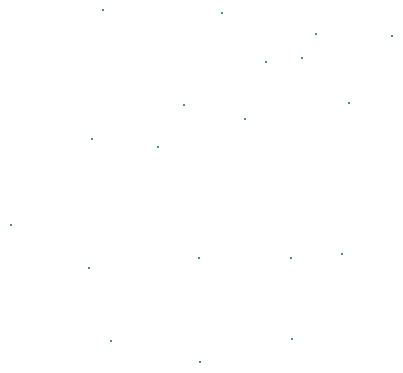
<source format=gbr>
%TF.GenerationSoftware,KiCad,Pcbnew,(6.0.8-1)-1*%
%TF.CreationDate,2022-11-20T23:54:02+01:00*%
%TF.ProjectId,badge,62616467-652e-46b6-9963-61645f706362,rev?*%
%TF.SameCoordinates,Original*%
%TF.FileFunction,Plated,1,2,PTH,Drill*%
%TF.FilePolarity,Positive*%
%FSLAX46Y46*%
G04 Gerber Fmt 4.6, Leading zero omitted, Abs format (unit mm)*
G04 Created by KiCad (PCBNEW (6.0.8-1)-1) date 2022-11-20 23:54:02*
%MOMM*%
%LPD*%
G01*
G04 APERTURE LIST*
%TA.AperFunction,ViaDrill*%
%ADD10C,0.300000*%
%TD*%
G04 APERTURE END LIST*
D10*
X-16000000Y-8600000D03*
X-9400000Y-12200000D03*
X-9134518Y-1265482D03*
X-8250000Y9600000D03*
X-7600000Y-18400000D03*
X-3600000Y-2000000D03*
X-1400000Y1600000D03*
X-100000Y-11400000D03*
X20Y-20198624D03*
X1850000Y9350000D03*
X3800000Y400000D03*
X5600000Y5200000D03*
X7700000Y-11400000D03*
X7800000Y-18200000D03*
X8600000Y5600000D03*
X9800000Y7600000D03*
X12000000Y-11000000D03*
X12600000Y1800000D03*
X16200000Y7400000D03*
M02*

</source>
